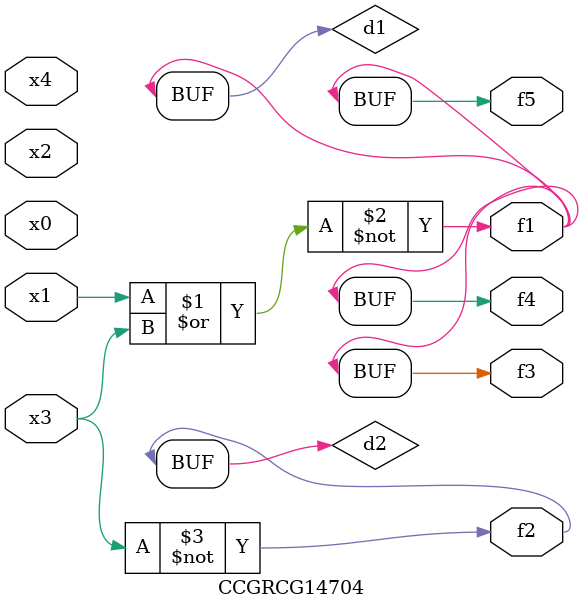
<source format=v>
module CCGRCG14704(
	input x0, x1, x2, x3, x4,
	output f1, f2, f3, f4, f5
);

	wire d1, d2;

	nor (d1, x1, x3);
	not (d2, x3);
	assign f1 = d1;
	assign f2 = d2;
	assign f3 = d1;
	assign f4 = d1;
	assign f5 = d1;
endmodule

</source>
